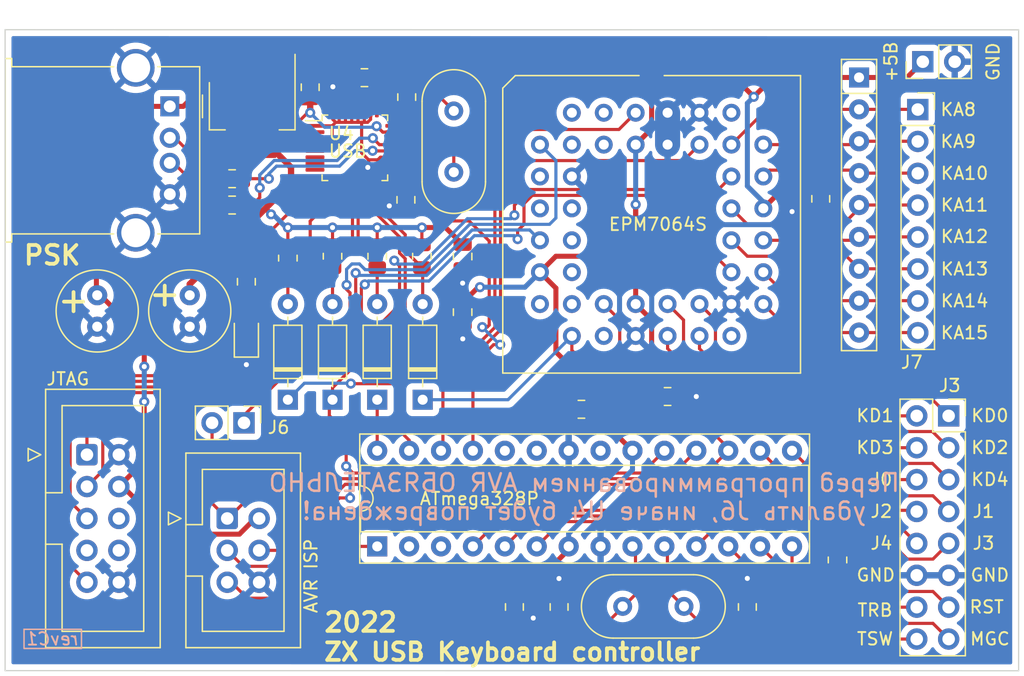
<source format=kicad_pcb>
(kicad_pcb (version 20211014) (generator pcbnew)
  (layers (0 "F.Cu" signal) (31 "B.Cu" signal) (34 "B.Paste" user) (35 "F.Paste" user) (36 "B.SilkS" user "B.Silkscreen") (37 "F.SilkS" user "F.Silkscreen") (38 "B.Mask" user) (39 "F.Mask" user) (44 "Edge.Cuts" user))
  (net 0 "")
  (net 1 "+3V3")
  (net 2 "GND")
  (net 3 "Net-(C1-Pad1)")
  (net 4 "Net-(C2-Pad1)")
  (net 5 "+5V")
  (net 6 "MC_RES")
  (net 7 "KA7")
  (net 8 "KA6")
  (net 9 "KA4")
  (net 10 "KA5")
  (net 11 "KA3")
  (net 12 "KA2")
  (net 13 "KA1")
  (net 14 "KA0")
  (net 15 "KD1")
  (net 16 "KD0")
  (net 17 "KD2")
  (net 18 "KD3")
  (net 19 "KD4")
  (net 20 "J3")
  (net 21 "J0")
  (net 22 "J4")
  (net 23 "J1")
  (net 24 "J2")
  (net 25 "NMI")
  (net 26 "UINT")
  (net 27 "Net-(D2-Pad2)")
  (net 29 "TRBSW")
  (net 30 "TRBLED")
  (net 31 "RST")
  (net 32 "SCK")
  (net 33 "MISO")
  (net 34 "MOSI")
  (net 35 "~{USS}")
  (net 36 "~{URES}")
  (net 37 "~{KBSS}")
  (net 38 "Net-(D1-Pad2)")
  (net 39 "Net-(D3-Pad2)")
  (net 40 "Net-(D4-Pad2)")
  (net 41 "Net-(D5-Pad2)")
  (net 42 "/TCK")
  (net 43 "/TDO")
  (net 44 "/TMS")
  (net 45 "/TDI")
  (net 46 "Net-(J6-Pad1)")
  (net 47 "Net-(C3-Pad1)")
  (net 48 "Net-(C4-Pad1)")
  (net 52 "Net-(J4-Pad3)")
  (net 53 "Net-(J4-Pad2)")
  (net 54 "Net-(R1-Pad2)")
  (net 55 "Net-(R5-Pad1)")
  (net 56 "Net-(R6-Pad1)")
  (net 57 "Net-(R7-Pad2)")
  (footprint "Capacitor_SMD:C_0805_2012Metric" (layer "F.Cu") (at 152.336 83.5825 -90)
    (fp_text reference "C11" hide)
    (fp_text value "0.1u")
  )
  (footprint "Capacitor_SMD:C_0805_2012Metric" (layer "F.Cu") (at 185.356 83.504 -90)
    (fp_text reference "C14" hide)
    (fp_text value "0.1u")
  )
  (footprint "Package_LCC:PLCC-44_THT-Socket" (layer "F.Cu") (at 173.164 79.186)
    (fp_text reference "U3" hide)
    (fp_text value "EPM7064S")
  )
  (footprint "Capacitor_THT:C_Radial_D6.3mm_H11.0mm_P2.50mm" (layer "F.Cu") (at 135.128 91.186 -90)
    (fp_text reference "C6" hide)
    (fp_text value "100u x 16В")
  )
  (footprint "Package_DIP:DIP-28_W7.62mm_Socket" (layer "F.Cu") (at 150.05 111.19 90)
    (fp_text reference "U2" hide)
    (fp_text value "ATmega328P")
  )
  (footprint "Capacitor_SMD:C_0805_2012Metric" (layer "F.Cu") (at 179.514 116.016 90)
    (fp_text reference "C2" hide)
    (fp_text value "10p")
  )
  (footprint "Capacitor_SMD:C_0805_2012Metric" (layer "F.Cu") (at 164.528 116.016 90)
    (fp_text reference "C1" hide)
    (fp_text value "10p")
  )
  (footprint "Capacitor_SMD:C_0805_2012Metric" (layer "F.Cu") (at 152.4 75.4 90)
    (fp_text reference "C3" hide)
    (fp_text value "10p")
  )
  (footprint "Package_QFP:LQFP-32_5x5mm_P0.5mm" (layer "F.Cu") (at 148.272 79.44)
    (fp_text reference "U4")
    (fp_text value "MAX3421EEHJ+T")
  )
  (footprint "Capacitor_SMD:C_0805_2012Metric" (layer "F.Cu") (at 149.034 73.852 180)
    (fp_text reference "C4" hide)
    (fp_text value "10p")
  )
  (footprint "Capacitor_SMD:C_0805_2012Metric" (layer "F.Cu") (at 144.716 74.614 90)
    (fp_text reference "C5" hide)
    (fp_text value "0.1u")
  )
  (footprint "Crystal:Crystal_HC49-4H_Vertical" (layer "F.Cu") (at 156.146 81.382 90)
    (fp_text reference "Y2" hide)
    (fp_text value "12M")
  )
  (footprint "Connector_PinHeader_2.54mm:PinHeader_1x02_P2.54mm_Vertical" (layer "F.Cu") (at 193.479 72.582 90)
    (fp_text reference "J5" hide)
    (fp_text value "PWR" hide)
  )
  (footprint "Connector_USB:USB_A_Molex_67643_Horizontal" (layer "F.Cu") (at 133.54 76.138 -90)
    (fp_text reference "J4" hide)
    (fp_text value "Conn_01x04" hide)
  )
  (footprint "LED_SMD:LED_0805_2012Metric" (layer "F.Cu") (at 139.636 94.426 90)
    (fp_text reference "D4" hide)
    (fp_text value "LED")
  )
  (footprint "Resistor_SMD:R_0805_2012Metric" (layer "F.Cu") (at 138.5 81.9 180)
    (fp_text reference "R6" hide)
    (fp_text value "33")
  )
  (footprint "Resistor_SMD:R_0805_2012Metric" (layer "F.Cu") (at 138.5 84 180)
    (fp_text reference "R5" hide)
    (fp_text value "33")
  )
  (footprint "Capacitor_THT:C_Radial_D6.3mm_H11.0mm_P2.50mm" (layer "F.Cu") (at 127.762 91.186 -90)
    (fp_text reference "C8" hide)
    (fp_text value "100u x 16В")
  )
  (footprint "Capacitor_SMD:C_0805_2012Metric" (layer "F.Cu") (at 160.972 116.016 -90)
    (fp_text reference "C13" hide)
    (fp_text value "0.1u")
  )
  (footprint "Capacitor_SMD:C_0805_2012Metric" (layer "F.Cu") (at 173.164 99.252)
    (fp_text reference "C10" hide)
    (fp_text value "0.1u")
  )
  (footprint "Capacitor_SMD:C_0805_2012Metric" (layer "F.Cu") (at 166.306 100.268 180)
    (fp_text reference "C12" hide)
    (fp_text value "0.1u")
  )
  (footprint "Resistor_SMD:R_0805_2012Metric" (layer "F.Cu") (at 139.636 90.108 90)
    (fp_text reference "R7" hide)
    (fp_text value "1K")
  )
  (footprint "Capacitor_SMD:C_0805_2012Metric" (layer "F.Cu") (at 156.85 92.53 -90)
    (fp_text reference "C9" hide)
    (fp_text value "0.1u")
  )
  (footprint "Connector_PinSocket_2.54mm:PinSocket_1x08_P2.54mm_Vertical" (layer "F.Cu") (at 193.0795 76.392)
    (fp_text reference "J7")
    (fp_text value "ADDR" hide)
  )
  (footprint "Diode_THT:D_DO-35_SOD27_P7.62mm_Horizontal" (layer "F.Cu") (at 153.67 99.506 90)
    (fp_text reference "D5" hide)
    (fp_text value "BAT43")
  )
  (footprint "Connector_PinHeader_2.54mm:PinHeader_1x02_P2.54mm_Vertical" (layer "F.Cu") (at 139.446 101.346 -90)
    (fp_text reference "J6")
    (fp_text value "PROG" hide)
  )
  (footprint "Diode_THT:D_DO-35_SOD27_P7.62mm_Horizontal" (layer "F.Cu") (at 142.938 99.506 90)
    (fp_text reference "D2" hide)
    (fp_text value "BAT43")
  )
  (footprint "Resistor_SMD:R_0805_2012Metric" (layer "F.Cu") (at 153.606 88.076 -90)
    (fp_text reference "R8" hide)
    (fp_text value "750")
  )
  (footprint "Resistor_THT:R_Array_SIP9" (layer "F.Cu") (at 188.404 73.837 -90)
    (fp_text reference "RN1" hide)
    (fp_text value "8x4k7")
  )
  (footprint "Connector_PinSocket_2.54mm:PinSocket_2x08_P2.54mm_Vertical" (layer "F.Cu") (at 195.536 100.791)
    (fp_text reference "J3")
    (fp_text value "Conn_02x08_Odd_Even" hide)
  )
  (footprint "Resistor_SMD:R_0805_2012Metric" (layer "F.Cu") (at 150.05 88.076 -90)
    (fp_text reference "R4" hide)
    (fp_text value "750")
  )
  (footprint "Package_TO_SOT_SMD:SOT-223-3_TabPin2" (layer "F.Cu") (at 140.1 76.1 -90)
    (fp_text reference "U1" hide)
    (fp_text value "LD1117S33TR_SOT223")
  )
  (footprint "Diode_THT:D_DO-35_SOD27_P7.62mm_Horizontal" (layer "F.Cu") (at 150.05 99.506 90)
    (fp_text reference "D3" hide)
    (fp_text value "BAT43")
  )
  (footprint "Connector_IDC:IDC-Header_2x05_P2.54mm_Vertical" (layer "F.Cu") (at 126.9455 103.886)
    (fp_text reference "J2" hide)
    (fp_text value "JTAG")
  )
  (footprint "Diode_THT:D_DO-35_SOD27_P7.62mm_Horizontal" (layer "F.Cu") (at 146.494 99.506 90)
    (fp_text reference "D1" hide)
    (fp_text value "BAT43")
  )
  (footprint "Resistor_SMD:R_0805_2012Metric" (layer "F.Cu") (at 186.69 112.268 90)
    (fp_text reference "R1" hide)
    (fp_text value "200")
  )
  (footprint "Connector_IDC:IDC-Header_2x03_P2.54mm_Vertical" (layer "F.Cu") (at 138.112 108.966)
    (fp_text reference "J1" hide)
    (fp_text value "AVR ISP")
  )
  (footprint "Resistor_SMD:R_0805_2012Metric" (layer "F.Cu") (at 146.494 88.076 -90)
    (fp_text reference "R2" hide)
    (fp_text value "750")
  )
  (footprint "Crystal:Crystal_HC49-4H_Vertical" (layer "F.Cu") (at 169.59 115.97)
    (fp_text reference "Y1" hide)
    (fp_text value "16M")
  )
  (footprint "Capacitor_SMD:C_0805_2012Metric" (layer "F.Cu") (at 156.85 88.1 -90)
    (fp_text reference "C7" hide)
    (fp_text value "0.1u")
  )
  (footprint "Resistor_SMD:R_0805_2012Metric" (layer "F.Cu") (at 142.938 88.2265 -90)
    (fp_text reference "R3" hide)
    (fp_text value "750")
  )
  (gr_rect (start 121.938 117.796) (end 126.51 119.32) (layer "B.SilkS") (width 0.12) (fill none))
  (gr_line (start 201.104 121.096) (end 120.43 121.087) (layer "Edge.Cuts") (width 0.1))
  (gr_line (start 120.43 70.033) (end 120.43 121.087) (layer "Edge.Cuts") (width 0.1))
  (gr_line (start 201.104 70.042) (end 201.104 121.096) (layer "Edge.Cuts") (width 0.1))
  (gr_line (start 120.43 70.033) (end 201.104 70.042) (layer "Edge.Cuts") (width 0.1))
  (gr_text "revC1" (at 124.224 118.558) (layer "B.SilkS") (effects (font (size 1 1) (thickness 0.15) italic) (justify mirror)))
  (gr_text "Перед программированием AVR ОБЯЗАТЕЛЬНО\nудалить J6, иначе U4 будет повреждена!" (at 166.525 107.25) (layer "B.SilkS") (effects (font (size 1.4 1.4) (thickness 0.2)) (justify mirror)))
  (gr_text "GND" (at 189.738 113.476) (layer "F.SilkS") (effects (font (size 1 1))))
  (gr_text "GND" (at 198.818 113.476) (layer "F.SilkS") (effects (font (size 1 1))))
  (gr_text "J4" (at 190.182 110.936) (layer "F.SilkS") (effects (font (size 1 1))))
  (gr_text "KD4" (at 198.818 105.856) (layer "F.SilkS") (effects (font (size 1 1))))
  (gr_text "J0" (at 190.182 105.856) (layer "F.SilkS") (effects (font (size 1 1))))
  (gr_text "J2" (at 190.182 108.396) (layer "F.SilkS") (effects (font (size 1 1))))
  (gr_text "KD3" (at 189.674 103.316) (layer "F.SilkS") (effects (font (size 1 1))))
  (gr_text "J3" (at 198.31 110.936) (layer "F.SilkS") (effects (font (size 1 1))))
  (gr_text "KA14\n" (at 196.8 91.632) (layer "F.SilkS") (effects (font (size 1 1))))
  (gr_text "KA12" (at 196.8 86.5) (layer "F.SilkS") (effects (font (size 1 1))))
  (gr_text "KA10" (at 196.8 81.472) (layer "F.SilkS") (effects (font (size 1 1))))
  (gr_text "KA11" (at 196.8 84) (layer "F.SilkS") (effects (font (size 1 1))))
  (gr_text "+5В" (at 190.944 72.582 90) (layer "F.SilkS") (effects (font (size 1 1))))
  (gr_text "TRB" (at 189.674 116.27) (layer "F.SilkS") (effects (font (size 1 1))))
  (gr_text "RST" (at 198.564 116.016) (layer "F.SilkS") (effects (font (size 1 1))))
  (gr_text "KD0\n" (at 198.818 100.776) (layer "F.SilkS") (effects (font (size 1 1))))
  (gr_text "MGC" (at 198.818 118.556) (layer "F.SilkS") (effects (font (size 1 1))))
  (gr_text "KD2" (at 198.818 103.316) (layer "F.SilkS") (effects (font (size 1 1))))
  (gr_text "ZX USB Keyboard controller" (at 160.8 119.6) (layer "F.SilkS") (effects (font (size 1.4 1.4) (thickness 0.3))))
  (gr_text "TSW" (at 189.674 118.556) (layer "F.SilkS") (effects (font (size 1 1))))
  (gr_text "PSK" (at 124.175 88) (layer "F.SilkS") (effects (font (size 1.5 1.5) (thickness 0.3))))
  (gr_text "KA9\n" (at 196.3 78.932) (layer "F.SilkS") (effects (font (size 1 1))))
  (gr_text "GND" (at 199.072 72.582 90) (layer "F.SilkS") (effects (font (size 1 1))))
  (gr_text "KD1" (at 189.674 100.776) (layer "F.SilkS") (effects (font (size 1 1))))
  (gr_text "KA8\n" (at 196.3 76.392) (layer "F.SilkS") (effects (font (size 1 1))))
  (gr_text "J1" (at 198.31 108.396) (layer "F.SilkS") (effects (font (size 1 1))))
  (gr_text "KA15" (at 196.8 94.172) (layer "F.SilkS") (effects (font (size 1 1))))
  (gr_text "2022" (at 148.73 117.24) (layer "F.SilkS") (effects (font (size 1.5 1.5) (thickness 0.3))))
  (gr_text "KA13" (at 196.8 89.092) (layer "F.SilkS") (effects (font (size 1 1))))
  (segment (start 141.163 84.263) (end 143.192 82.234) (width 0.5) (layer "F.Cu") (net 1))
  (segment (start 140.1 75.7) (end 140.1 79.25) (width 1) (layer "F.Cu") (net 1))
  (segment (start 153 81.981) (end 152.336 82.645) (width 0.25) (layer "F.Cu") (net 1))
  (segment (start 153 78.6) (end 153 81.981) (width 0.25) (layer "F.Cu") (net 1))
  (segment (start 135.128 90.298) (end 135.128 91.186) (width 0.5) (layer "F.Cu") (net 1))
  (segment (start 144.716 75.5515) (end 140.2485 75.5515) (width 1) (layer "F.Cu") (net 1))
  (segment (start 141.45 79.25) (end 140.1 79.25) (width 0.5) (layer "F.Cu") (net 1))
  (segment (start 141.6 84.74) (end 141.6 84.7) (width 0.4) (layer "F.Cu") (net 1))
  (segment (start 145.097 78.19) (end 144.127658 78.19) (width 0.25) (layer "F.Cu") (net 1))
  (segment (start 142.938 87.314) (end 142.938 85.79) (width 0.25) (layer "F.Cu") (net 1))
  (segment (start 143.8 77.862342) (end 143.8 77.356) (width 0.25) (layer "F.Cu") (net 1))
  (segment (start 141.163 84.263) (end 135.128 90.298) (width 0.5) (layer "F.Cu") (net 1))
  (segment (start 146.494 87.1635) (end 146.494 85.79) (width 0.25) (layer "F.Cu") (net 1))
  (segment (start 144.127658 78.19) (end 143.8 77.862342) (width 0.25) (layer "F.Cu") (net 1))
  (segment (start 150.001393 77.719205) (end 150.019205 77.719205) (width 0.25) (layer "F.Cu") (net 1))
  (segment (start 141.6 84.7) (end 141.163 84.263) (width 0.4) (layer "F.Cu") (net 1))
  (segment (start 144.51 76.646) (end 144.716 76.646) (width 0.25) (layer "F.Cu") (net 1))
  (segment (start 153.606 85.79) (end 155.49 85.79) (width 0.4) (layer "F.Cu") (net 1))
  (segment (start 151.447 78.19) (end 152.59 78.19) (width 0.25) (layer "F.Cu") (net 1))
  (segment (start 150.05 87.1635) (end 150.05 85.79) (width 0.25) (layer "F.Cu") (net 1))
  (segment (start 150.019205 77.719205) (end 150.49 78.19) (width 0.25) (layer "F.Cu") (net 1))
  (segment (start 143.8 77.356) (end 144.51 76.646) (width 0.25) (layer "F.Cu") (net 1))
  (segment (start 144.716 76.646) (end 144.716 75.5515) (width 0.5) (layer "F.Cu") (net 1))
  (segment (start 140.2485 75.5515) (end 140.1 75.7) (width 1) (layer "F.Cu") (net 1))
  (segment (start 153.606 87.1635) (end 153.606 85.79) (width 0.25) (layer "F.Cu") (net 1))
  (segment (start 150.49 78.19) (end 151.447 78.19) (width 0.25) (layer "F.Cu") (net 1))
  (segment (start 143.192 82.234) (end 143.192 80.992) (width 0.5) (layer "F.Cu") (net 1))
  (segment (start 140.1 72.95) (end 140.1 75.7) (width 1) (layer "F.Cu") (net 1))
  (segment (start 152.59 78.19) (end 153 78.6) (width 0.25) (layer "F.Cu") (net 1))
  (segment (start 143.192 80.992) (end 141.45 79.25) (width 0.5) (layer "F.Cu") (net 1))
  (segment (start 155.49 85.79) (end 156.85 87.15) (width 0.4) (layer "F.Cu") (net 1))
  (via (at 142.938 85.79) (size 0.8) (drill 0.4) (layers "F.Cu" "B.Cu") (net 1))
  (via (at 150.05 85.79) (size 0.8) (drill 0.4) (layers "F.Cu" "B.Cu") (net 1))
  (via (at 144.716 76.646) (size 0.8) (drill 0.4) (layers "F.Cu" "B.Cu") (net 1))
  (via (at 153.606 85.79) (size 0.8) (drill 0.4) (layers "F.Cu" "B.Cu") (net 1))
  (via (at 146.494 85.79) (size 0.8) (drill 0.4) (layers "F.Cu" "B.Cu") (net 1))
  (via (at 150.001393 77.719205) (size 0.8) (drill 0.4) (layers "F.Cu" "B.Cu") (net 1))
  (via (at 141.6 84.74) (size 0.8) (drill 0.4) (layers "F.Cu" "B.Cu") (net 1))
  (segment (start 150.05 85.79) (end 153.606 85.79) (width 0.4) (layer "B.Cu") (net 1))
  (segment (start 145.87 77.8) (end 144.716 76.646) (width 0.25) (layer "B.Cu") (net 1))
  (segment (start 141.76 84.74) (end 141.6 84.74) (width 0.4) (layer "B.Cu") (net 1))
  (segment (start 150.001393 77.719205) (end 149.920598 77.8) (width 0.25) (layer "B.Cu") (net 1))
  (segment (start 142.81 85.79) (end 141.76 84.74) (width 0.4) (layer "B.Cu") (net 1))
  (segment (start 142.938 85.79) (end 146.494 85.79) (width 0.4) (layer "B.Cu") (net 1))
  (segment (start 146.494 85.79) (end 150.05 85.79) (width 0.4) (layer "B.Cu") (net 1))
  (segment (start 149.920598 77.8) (end 145.87 77.8) (width 0.25) (layer "B.Cu") (net 1))
  (segment (start 142.938 85.79) (end 142.81 85.79) (width 0.4) (layer "B.Cu") (net 1))
  (segment (start 148.522 76.265) (end 148.522 77.404) (width 0.25) (layer "F.Cu") (net 2))
  (segment (start 156.85 90.22) (end 156.85 89.05) (width 0.4) (layer "F.Cu") (net 2))
  (segment (start 164.52 115.0705) (end 164.528 115.0785) (width 0.25) (layer "F.Cu") (net 2))
  (segment (start 149.034 77.408) (end 149.288 77.408) (width 0.25) (layer "F.Cu") (net 2))
  (segment (start 146.466 77.69) (end 146.748 77.408) (width 0.25) (layer "F.Cu") (net 2))
  (segment (start 146.522 76.265) (end 146.522 77.182) (width 0.25) (layer "F.Cu") (net 2))
  (segment (start 144.6925 73.7) (end 144.716 73.6765) (width 0.5) (layer "F.Cu") (net 2))
  (segment (start 147.022 77.388) (end 147.002 77.408) (width 0.25) (layer "F.Cu") (net 2))
  (segment (start 148.022 76.265) (end 148.022 73.9265) (width 0.3) (layer "F.Cu") (net 2))
  (segment (start 149.363348 80.396802) (end 148.81 79.843454) (width 0.25) (layer "F.Cu") (net 2))
  (segment (start 146.522 74.578) (end 147.248 73.852) (width 0.3) (layer "F.Cu") (net 2))
  (segment (start 148.526 77.408) (end 148.788 77.408) (width 0.25) (layer "F.Cu") (net 2))
  (segment (start 149.522 77.174) (end 149.522 76.265) (width 0.25) (layer "F.Cu") (net 2))
  (segment (start 147.522 77.396) (end 147.51 77.408) (width 0.25) (layer "F.Cu") (net 2))
  (segment (start 146.522 74.578) (end 145.6205 73.6765) (width 0.3) (layer "F.Cu") (net 2))
  (segment (start 146.522 74.578) (end 146.522 76.265) (width 0.3) (layer "F.Cu") (net 2))
  (segment (start 152.336 84.52) (end 151.466301 84.52) (width 0.25) (layer "F.Cu") (net 2))
  (segment (start 139.636 95.3635) (end 139.636 96.712) (width 0.25) (layer "F.Cu") (net 2))
  (segment (start 165.29 100.3465) (end 165.3685 100.268) (width 0.4) (layer "F.Cu") (net 2))
  (segment (start 165.29 103.57) (end 165.29 100.3465) (width 0.4) (layer "F.Cu") (net 2))
  (segment (start 162.4165 116.9535) (end 162.47 116.9) (width 0.25) (layer "F.Cu") (net 2))
  (segment (start 164.52 113.75) (end 164.52 115.0705) (width 0.25) (layer "F.Cu") (net 2))
  (segment (start 146.466 78.548343) (end 146.466 77.69) (width 0.25) (layer "F.Cu") (net 2))
  (segment (start 149.3 81) (end 149.363348 80.936652) (width 0.25) (layer "F.Cu") (net 2))
  (segment (start 174.1015 99.252) (end 175.45 99.252) (width 0.5) (layer "F.Cu") (net 2))
  (segment (start 148.81 77.43) (end 148.788 77.408) (width 0.25) (layer "F.Cu") (net 2))
  (segment (start 156.85 93.48) (end 156.85 94.65) (width 0.4) (layer "F.Cu") (net 2))
  (segment (start 148.7 72.7) (end 148.0965 73.3035) (width 0.25) (layer "F.Cu") (net 2))
  (segment (start 151.466301 84.52) (end 151.01215 84.065849) (width 0.25) (layer "F.Cu") (net 2))
  (segment (start 148.81 79.843454) (end 148.81 77.43) (width 0.25) (layer "F.Cu") (net 2))
  (segment (start 145.097 77.69) (end 146.466 77.69) (width 0.25) (layer "F.Cu") (net 2))
  (segment (start 179.51 115.0745) (end 179.514 115.0785) (width 0.4) (layer "F.Cu") (net 2))
  (segment (start 179.51 113.74) (end 179.51 115.0745) (width 0.4) (layer "F.Cu") (net 2))
  (segment (start 148.522 77.404) (end 148.526 77.408) (width 0.25) (layer "F.Cu") (net 2))
  (segment (start 148.022 73.9265) (end 148.0965 73.852) (width 0.3) (layer "F.Cu") (net 2))
  (segment (start 156.85 94.65) (end 156.86 94.66) (width 0.4) (layer "F.Cu") (net 2))
  (segment (start 146.748 77.408) (end 147.002 77.408) (width 0.25) (layer "F.Cu") (net 2))
  (segment (start 183.1485 84.4415) (end 183.07 84.52) (width 0.5) (layer "F.Cu") (net 2))
  (segment (start 151.447 80.19) (end 150.303604 80.19) (width 0.25) (layer "F.Cu") (net 2))
  (segment (start 147.022 76.265) (end 147.022 77.388) (width 0.25) (layer "F.Cu") (net 2))
  (segment (start 145.6205 73.6765) (end 144.716 73.6765) (width 0.3) (layer "F.Cu") (net 2))
  (segment (start 149.363348 80.936652) (end 149.363348 80.396802) (width 0.25) (layer "F.Cu") (net 2))
  (segment (start 147.002 77.408) (end 147.51 77.408) (width 0.25) (layer "F.Cu") (net 2))
  (segment (start 148.0965 73.3035) (end 148.0965 73.852) (width 0.25) (layer "F.Cu") (net 2))
  (segment (start 145.097 78.69) (end 146.324343 78.69) (width 0.25) (layer "F.Cu") (net 2))
  (segment (start 146.324343 78.69) (end 146.466 78.548343) (width 0.25) (layer "F.Cu") (net 2))
  (segment (start 152.4 74.2) (end 150.9 72.7) (width 0.25) (layer "F.Cu") (net 2))
  (segment (start 150.096802 80.396802) (end 149.363348 80.396802) (width 0.25) (layer "F.Cu") (net 2))
  (segment (start 160.972 116.9535) (end 162.4165 116.9535) (width 0.25) (layer "F.Cu") (net 2))
  (segment (start 149.022 77.396) (end 149.034 77.408) (width 0.25) (layer "F.Cu") (net 2))
  (segment (start 149.022 76.265) (end 149.022 77.396) (width 0.25) (layer "F.Cu") (net 2))
  (segment (start 143.15 73.7) (end 144.6925 73.7) (width 0.5) (layer "F.Cu") (net 2))
  (segment (start 150.303604 80.19) (end 150.096802 80.396802) (width 0.25) (layer "F.Cu") (net 2))
  (segment (start 149.288 77.408) (end 149.522 77.174) (width 0.25) (layer "F.Cu") (net 2))
  (segment (start 148.788 77.408) (end 149.034 77.408) (width 0.25) (layer "F.Cu") (net 2))
  (segment (start 148.018 77.408) (end 148.526 77.408) (width 0.25) (layer "F.Cu") (net 2))
  (segment (start 150.9 72.7) (end 148.7 72.7) (width 0.25) (layer "F.Cu") (net 2))
  (segment (start 147.522 76.265) (end 147.522 77.396) (width 0.25) (layer "F.Cu") (net 2))
  (segment (start 148.022 76.265) (end 148.022 77.404) (width 0.25) (layer "F.Cu") (net 2))
  (segment (start 185.356 84.4415) (end 183.1485 84.4415) (width 0.5) (layer "F.Cu") (net 2))
  (segment (start 146.522 77.182) (end 146.748 77.408) (width 0.25) (layer "F.Cu") (net 2))
  (segment (start 152.4 74.4625) (end 152.4 74.2) (width 0.25) (layer "F.Cu") (net 2))
  (segment (start 142.4 72.95) (end 143.15 73.7) (width 0.5) (layer "F.Cu") (net 2))
  (segment (start 147.51 77.408) (end 148.018 77.408) (width 0.25) (layer "F.Cu") (net 2))
  (segment (start 147.248 73.852) (end 148.0965 73.852) (width 0.3) (layer "F.Cu") (net 2))
  (segment (start 148.022 77.404) (end 148.018 77.408) (width 0.25) (layer "F.Cu") (net 2))
  (via (at 183.07 84.52) (size 0.8) (drill 0.4) (layers "F.Cu" "B.Cu") (net 2))
  (via (at 162.47 116.9) (size 0.8) (drill 0.4) (layers "F.Cu" "B.Cu") (net 2))
  (via (at 164.52 113.75) (size 0.8) (drill 0.4) (layers "F.Cu" "B.Cu") (net 2))
  (via (at 179.51 113.74) (size 0.8) (drill 0.4) (layers "F.Cu" "B.Cu") (net 2))
  (via (at 156.86 94.66) (size 0.8) (drill 0.4) (layers "F.Cu" "B.Cu") (net 2))
  (via (at 151.01215 84.065849) (size 0.8) (drill 0.4) (layers "F.Cu" "B.Cu") (net 2))
  (via (at 156.85 90.22) (size 0.8) (drill 0.4) (layers "F.Cu" "B.Cu") (net 2))
  (via (at 139.636 96.712) (size 0.8) (drill 0.4) (layers "F.Cu" "B.Cu") (net 2))
  (via (at 146.522 74.578) (size 0.8) (drill 0.4) (layers "F.Cu" "B.Cu") (net 2))
  (via (at 149.3 81) (size 0.8) (drill 0.4) (layers "F.Cu" "B.Cu") (net 2))
  (via (at 175.45 99.252) (size 0.8) (drill 0.4) (layers "F.Cu" "B.Cu") (net 2))
  (segment (start 169.34 92.96) (end 169.34 90.76) (width 0.4) (layer "B.Cu") (net 2))
  (segment (start 173.164 79.186) (end 173.164 76.646) (width 2) (layer "B.Cu") (net 2))
  (segment (start 176.51 85.56) (end 182.26 85.56) (width 0.4) (layer "B.Cu") (net 2))
  (segment (start 171.9 92.93) (end 171.9 90.82) (width 0.4) (layer "B.Cu") (net 2))
  (segment (start 169.608 116.016) (end 170.609 115.015) (width 0.25) (layer "F.Cu") (net 3))
  (segment (start 168.6705 116.9535) (end 169.608 116.016) (width 0.25) (layer "F.Cu") (net 3))
  (segment (start 164.528 116.9535) (end 168.6705 116.9535) (width 0.25) (layer "F.Cu") (net 3))
  (segment (start 170.609 115.015) (end 170.609 111.429) (width 0.25) (layer "F.Cu") (net 3))
  (segment (start 170.609 111.429) (end 170.37 111.19) (width 0.25) (layer "F.Cu") (net 3))
  (segment (start 174.488 116.016) (end 173.149 114.677) (width 0.25) (layer "F.Cu") (net 4))
  (segment (start 174.488 116.016) (end 175.4255 116.9535) (width 0.25) (layer "F.Cu") (net 4))
  (segment (start 173.149 114.677) (end 173.149 111.429) (width 0.25) (layer "F.Cu") (net 4))
  (segment (start 173.149 111.429) (end 172.91 111.19) (width 0.25) (layer "F.Cu") (net 4))
  (segment (start 175.4255 116.9535) (end 179.514 116.9535) (width 0.25) (layer "F.Cu") (net 4))
  (segment (start 131.882 76.138) (end 127.698 80.322) (width 0.4) (layer "F.Cu") (net 5))
  (segment (start 133.54 76.138) (end 134.612 76.138) (width 0.4) (layer "F.Cu") (net 5))
  (segment (start 128.016 91.186) (end 127.762 91.186) (width 0.4) (layer "F.Cu") (net 5))
  (segment (start 137.8 72.7) (end 137.8 72.95) (width 0.4) (layer "F.Cu") (net 5))
  (segment (start 127.698 91.122) (end 127.762 91.186) (width 0.4) (layer "F.Cu") (net 5))
  (segment (start 170.624 83.9543) (end 170.624 85.536) (width 0.4) (layer "F.Cu") (net 5))
  (segment (start 129.4855 106.426) (end 129.8015 106.426) (width 0.4) (layer "F.Cu") (net 5))
  (segment (start 171.894 98.9195) (end 172.2265 99.252) (width 0.4) (layer "F.Cu") (net 5))
  (segment (start 157.05 91.58) (end 156.85 91.58) (width 0.4) (layer "F.Cu") (net 5))
  (segment (start 134.612 76.138) (end 137.8 72.95) (width 0.4) (layer "F.Cu") (net 5))
  (segment (start 170.624 79.186) (end 171.894 77.916) (width 0.4) (layer "F.Cu") (net 5))
  (segment (start 171.894 77.916) (end 171.894 73.852) (width 0.4) (layer "F.Cu") (net 5))
  (segment (start 167.2435 98.6655) (end 164.274 95.696) (width 0.4) (layer "F.Cu") (net 5))
  (segment (start 170.37 103.57) (end 167.2435 100.4435) (width 0.4) (layer "F.Cu") (net 5))
  (segment (start 170.624 91.886) (end 171.894 93.156) (width 0.4) (layer "F.Cu") (net 5))
  (segment (start 168.084 88.076) (end 164.274 88.076) (width 0.4) (layer "F.Cu") (net 5))
  (segment (start 188.404 73.837) (end 183.309 73.837) (width 0.4) (layer "F.Cu") (net 5))
  (segment (start 139.1 71.4) (end 137.8 72.7) (width 0.4) (layer "F.Cu") (net 5))
  (segment (start 127.698 80.322) (end 127.698 91.122) (width 0.4) (layer "F.Cu") (net 5))
  (segment (start 164.274 88.076) (end 163.004 89.346) (width 0.4) (layer "F.Cu") (net 5))
  (segment (start 170.624 91.886) (end 170.624 83.9543) (width 0.4) (layer "F.Cu") (net 5))
  (segment (start 188.404 73.837) (end 192.224 73.837) (width 0.4) (layer "F.Cu") (net 5))
  (segment (start 163.258 113.476) (end 165.29 111.444) (width 0.4) (layer "F.Cu") (net 5))
  (segment (start 180.784 84.266) (end 182.4835 82.5665) (width 0.4) (layer "F.Cu") (net 5))
  (segment (start 158.09 90.54) (end 157.05 91.58) (width 0.4) (layer "F.Cu") (net 5))
  (segment (start 164.274 95.696) (end 164.274 90.616) (width 0.4) (layer "F.Cu") (net 5))
  (segment (start 156.8 71.4) (end 139.1 71.4) (width 0.4) (layer "F.Cu") (net 5))
  (segment (start 171.894 73.852) (end 159.252 73.852) (width 0.4) (layer "F.Cu") (net 5))
  (segment (start 167.2435 100.4435) (end 167.2435 100.268) (width 0.4) (layer "F.Cu") (net 5))
  (segment (start 133.5915 110.216) (end 139.081 110.216) (width 0.4) (layer "F.Cu") (net 5))
  (segment (start 140.331 108.966) (end 140.652 108.966) (width 0.4) (layer "F.Cu") (net 5))
  (segment (start 159.252 73.852) (end 156.8 71.4) (width 0.4) (layer "F.Cu") (net 5))
  (segment (start 181.561 73.837) (end 183.309 73.837) (width 0.4) (layer "F.Cu") (net 5))
  (segment (start 162.5745 113.476) (end 163.258 113.476) (width 0.4) (layer "F.Cu") (net 5))
  (segment (start 158.23 90.54) (end 158.09 90.54) (width 0.4) (layer "F.Cu") (net 5))
  (segment (start 178.498 73.852) (end 171.894 73.852) (width 0.4) (layer "F.Cu") (net 5))
  (segment (start 131.508 104.4035) (end 129.4855 106.426) (width 0.4) (layer "F.Cu") (net 5))
  (segment (start 131.508 96.866896) (end 131.508 94.678) (width 0.4) (layer "F.Cu") (net 5))
  (segment (start 164.274 90.616) (end 163.004 89.346) (width 0.4) (layer "F.Cu") (net 5))
  (segment (start 131.508 94.678) (end 128.016 91.186) (width 0.4) (layer "F.Cu") (net 5))
  (segment (start 180.022 75.376) (end 181.561 73.837) (width 0.4) (layer "F.Cu") (net 5))
  (segment (start 182.4835 82.5665) (end 185.356 82.5665) (width 0.4) (layer "F.Cu") (net 5))
  (segment (start 170.624 85.536) (end 168.084 88.076) (width 0.4) (layer "F.Cu") (net 5))
  (segment (start 139.081 110.216) (end 140.331 108.966) (width 0.4) (layer "F.Cu") (net 5))
  (segment (start 160.972 115.0785) (end 162.5745 113.476) (width 0.4) (layer "F.Cu") (net 5))
  (segment (start 180.022 75.376) (end 178.498 73.852) (width 0.4) (layer "F.Cu") (net 5))
  (segment (start 192.224 73.837) (end 193.479 72.582) (width 0.4) (layer "F.Cu") (net 5))
  (segment (start 167.2435 100.268) (end 167.2435 98.6655) (width 0.4) (layer "F.Cu") (net 5))
  (segment (start 165.29 111.444) (end 165.29 111.19) (width 0.4) (layer "F.Cu") (net 5))
  (segment (start 171.894 93.156) (end 171.894 98.9195) (width 0.4) (layer "F.Cu") (net 5))
  (segment (start 129.8015 106.426) (end 133.5915 110.216) (width 0.4) (layer "F.Cu") (net 5))
  (segment (start 133.54 76.138) (end 131.882 76.138) (width 0.4) (layer "F.Cu") (net 5))
  (segment (start 131.508 99.665896) (end 131.508 104.4035) (width 0.4) (layer "F.Cu") (net 5))
  (via (at 131.508 99.665896) (size 0.8) (drill 0.4) (layers "F.Cu" "B.Cu") (net 5))
  (via (at 170.624 83.9543) (size 0.8) (drill 0.4) (layers "F.Cu" "B.Cu") (net 5))
  (via (at 158.23 90.54) (size 0.8) (drill 0.4) (layers "F.Cu" "B.Cu") (net 5))
  (via (at 131.508 96.866896) (size 0.8) (drill 0.4) (layers "F.Cu" "B.Cu") (net 5))
  (via (at 180.022 75.376) (size 0.8) (drill 0.4) (layers "F.Cu" "B.Cu") (net 5))
  (segment (start 170.37 103.57) (end 170.37 105.094) (width 0.4) (layer "B.Cu") (net 5))
  (segment (start 170.624 83.9543) (end 170.624 79.186) (width 0.4) (layer "B.Cu") (net 5))
  (segment (start 158.23 90.54) (end 161.81 90.54) (width 0.4) (layer "B.Cu") (net 5))
  (segment (start 179.514 82.488) (end 179.514 75.884) (width 0.4) (layer "B.Cu") (net 5))
  (segment (start 179.514 75.884) (end 180.022 75.376) (width 0.4) (layer "B.Cu") (net 5))
  (segment (start 180.784 84.266) (end 180.784 83.758) (width 0.4) (layer "B.Cu") (net 5))
  (segment (start 180.784 83.758) (end 179.514 82.488) (width 0.4) (layer "B.Cu") (net 5))
  (segment (start 170.37 105.094) (end 165.29 110.174) (width 0.4) (layer "B.Cu") (net 5))
  (segment (start 131.508 99.665896) (end 131.508 96.866896) (width 0.4) (layer "B.Cu") (net 5))
  (segment (start 161.81 90.54) (end 163.004 89.346) (width 0.4) (layer "B.Cu") (net 5))
  (segment (start 165.29 110.174) (end 165.29 111.19) (width 0.4) (layer "B.Cu") (net 5))
  (segment (start 138.112 114.046) (end 138.433 114.046) (width 0.25) (layer "F.Cu") (net 6))
  (segment (start 138.433 114.046) (end 139.703 115.316) (width 0.25) (layer "F.Cu") (net 6))
  (segment (start 141.606 115.316) (end 145.732 111.19) (width 0.25) (layer "F.Cu") (net 6))
  (segment (start 145.732 111.19) (end 150.05 111.19) (width 0.25) (layer "F.Cu") (net 6))
  (segment (start 139.703 115.316) (end 141.606 115.316) (width 0.25) (layer "F.Cu") (net 6))
  (segment (start 180.784 91.886) (end 183.055 94.157) (width 0.25) (layer "F.Cu") (net 7))
  (segment (start 183.055 94.157) (end 188.404 94.157) (width 0.25) (layer "F.Cu") (net 7))
  (segment (start 188.404 94.157) (end 193.0645 94.157) (width 0.25) (layer "F.Cu") (net 7))
  (segment (start 193.0645 94.157) (end 193.0795 94.172) (width 0.25) (layer "F.Cu") (net 7))
  (segment (start 193.0645 91.617) (end 193.0795 91.632) (width 0.25) (layer "F.Cu") (net 8))
  (segment (start 180.784 89.346) (end 183.055 91.617) (width 0.25) (layer "F.Cu") (net 8))
  (segment (start 183.055 91.617) (end 188.404 91.617) (width 0.25) (layer "F.Cu") (net 8))
  (segment (start 188.404 91.617) (end 193.0645 91.617) (width 0.25) (layer "F.Cu") (net 8))
  (segment (start 180.784 86.806) (end 188.135 86.806) (width 0.25) (layer "F.Cu") (net 9))
  (segment (start 188.135 86.806) (end 188.404 86.537) (width 0.25) (layer "F.Cu") (net 9))
  (segment (start 188.404 86.537) (end 193.0645 86.537) (width 0.25) (layer "F.Cu") (net 9))
  (segment (start 193.0645 86.537) (end 193.0795 86.552) (width 0.25) (layer "F.Cu") (net 9))
  (segment (start 193.0645 89.077) (end 193.0795 89.092) (width 0.25) (layer "F.Cu") (net 10))
  (segment (start 187.403 88.076) (end 188.404 89.077) (width 0.25) (layer "F.Cu") (net 10))
  (segment (start 178.244 86.806) (end 179.514 88.076) (width 0.25) (layer "F.Cu") (net 10))
  (segment (start 188.404 89.077) (end 193.0645 89.077) (width 0.25) (layer "F.Cu") (net 10))
  (segment (start 179.514 88.076) (end 187.403 88.076) (width 0.25) (layer "F.Cu") (net 10))
  (segment (start 188.404 83.997) (end 193.0645 83.997) (width 0.25) (layer "F.Cu") (net 11))
  (segment (start 179.514 85.536) (end 187.134 85.536) (width 0.25) (layer "F.Cu") (net 11))
  (segment (start 188.404 84.266) (end 188.404 83.997) (width 0.25) (layer "F.Cu") (net 11))
  (segment (start 193.0645 83.997) (end 193.0795 84.012) (width 0.25) (layer "F.Cu") (net 11))
  (segment (start 178.244 84.266) (end 179.514 85.536) (width 0.25) (layer "F.Cu") (net 11))
  (segment (start 187.134 85.536) (end 188.404 84.266) (width 0.25) (layer "F.Cu") (net 11))
  (segment (start 193.0645 81.457) (end 193.0795 81.472) (width 0.25) (layer "F.Cu") (net 12))
  (segment (start 180.784 81.726) (end 181.292 81.218) (width 0.25) (layer "F.Cu") (net 12))
  (segment (start 181.292 81.218) (end 188.165 81.218) (width 0.25) (layer "F.Cu") (net 12))
  (segment (start 188.404 81.457) (end 193.0645 81.457) (width 0.25) (layer "F.Cu") (net 12))
  (segment (start 188.165 81.218) (end 188.404 81.457) (width 0.25) (layer "F.Cu") (net 12))
  (segment (start 188.404 78.917) (end 193.0645 78.917) (width 0.25) (layer "F.Cu") (net 13))
  (segment (start 188.135 79.186) (end 188.404 78.917) (width 0.25) (layer "F.Cu") (net 13))
  (segment (start 180.784 79.186) (end 188.135 79.186) (width 0.25) (layer "F.Cu") (net 13))
  (segment (start 193.0645 78.917) (end 193.0795 78.932) (width 0.25) (layer "F.Cu") (net 13))
  (segment (start 178.244 79.186) (end 181.053 76.377) (width 0.25) (layer "F.Cu") (net 14))
  (segment (start 188.404 76.377) (end 193.0645 76.377) (width 0.25) (layer "F.Cu") (net 14))
  (segment (start 181.053 76.377) (end 188.404 76.377) (width 0.25) (layer "F.Cu") (net 14))
  (segment (start 193.0645 76.377) (end 193.0795 76.392) (width 0.25) (layer "F.Cu") (net 14))
  (segment (start 177.39 97.128) (end 185.884929 97.128) (width 0.25) (layer "F.Cu") (net 15))
  (segment (start 189.547929 100.791) (end 192.996 100.791) (width 0.25) (layer "F.Cu") (net 15))
  (segment (start 185.884929 97.128) (end 189.547929 100.791) (width 0.25) (layer "F.Cu") (net 15))
  (segment (start 175.704 94.426) (end 175.704 95.442) (width 0.25) (layer "F.Cu") (net 15))
  (segment (start 175.704 95.442) (end 177.39 97.128) (width 0.25) (layer "F.Cu") (net 15))
  (segment (start 176.974 95.863472) (end 177.788528 96.678) (width 0.25) (layer "F.Cu") (net 16))
  (segment (start 188.645325 99.252) (end 193.997 99.252) (width 0.25) (layer "F.Cu") (net 16))
  (segment (start 177.788528 96.678) (end 186.071325 96.678) (width 0.25) (layer "F.Cu") (net 16))
  (segment (start 175.704 91.886) (end 176.974 93.156) (width 0.25) (layer "F.Cu") (net 16))
  (segment (start 186.071325 96.678) (end 188.645325 99.252) (width 0.25) (layer "F.Cu") (net 16))
  (segment (start 193.997 99.252) (end 195.536 100.791) (width 0.25) (layer "F.Cu") (net 16))
  (segment (start 176.974 93.156) (end 176.974 95.863472) (width 0.25) (layer "F.Cu") (net 16))
  (segment (start 174.434 95.85326) (end 176.15874 97.578) (width 0.25) (layer "F.Cu") (net 17))
  (segment (start 190.161533 102.041) (end 194.246 102.041) (width 0.25) (layer "F.Cu") (net 17))
  (segment (start 176.15874 97.578) (end 185.698533 97.578) (width 0.25) (layer "F.Cu") (net 17))
  (segment (start 185.698533 97.578) (end 190.161533 102.041) (width 0.25) (layer "F.Cu") (net 17))
  (segment (start 194.246 102.041) (end 195.536 103.331) (width 0.25) (layer "F.Cu") (net 17))
  (segment (start 173.164 91.886) (end 174.434 93.156) (width 0.25) (layer "F.Cu") (net 17))
  (segment (start 174.434 93.156) (end 174.434 95.85326) (width 0.25) (layer "F.Cu") (net 17))
  (segment (start 173.164 95.431788) (end 175.760212 98.028) (width 0.25) (layer "F.Cu") (net 18))
  (segment (start 173.164 94.426) (end 173.164 95.431788) (width 0.25) (layer "F.Cu") (net 18))
  (segment (start 175.760212 98.028) (end 185.512137 98.028) (width 0.25) (layer "F.Cu") (net 18))
  (segment (start 185.512137 98.028) (end 190.815137 103.331) (width 0.25) (layer "F.Cu") (net 18))
  (segment (start 190.815137 103.331) (end 192.996 103.331) (width 0.25) (layer "F.Cu") (net 18))
  (segment (start 191.373672 104.581) (end 194.246 104.581) (width 0.25) (layer "F.Cu") (net 19))
  (segment (start 177.314528 102.046) (end 188.838672 102.046) (width 0.25) (layer "F.Cu") (net 19))
  (segment (start 188.838672 102.046) (end 191.373672 104.581) (width 0.25) (layer "F.Cu") (net 19))
  (segment (start 169.354 93.156) (end 169.354 98.744) (width 0.25) (layer "F.Cu") (net 19))
  (segment (start 169.354 98.744) (end 171.386 100.776) (width 0.25) (layer "F.Cu") (net 19))
  (segment (start 176.044528 100.776) (end 177.314528 102.046) (width 0.25) (layer "F.Cu") (net 19))
  (segment (start 171.386 100.776) (end 176.044528 100.776) (width 0.25) (layer "F.Cu") (net 19))
  (segment (start 168.084 91.886) (end 169.354 93.156) (width 0.25) (layer "F.Cu") (net 19))
  (segment (start 194.246 104.581) (end 195.536 105.871) (width 0.25) (layer "F.Cu") (net 19))
  (segment (start 192.24165 112.2) (end 189.25765 109.216) (width 0.25) (layer "F.Cu") (net 20))
  (segment (start 164.724 109.216) (end 162.75 111.19) (width 0.25) (layer "F.Cu") (net 20))
  (segment (start 195.536 110.951) (end 194.287 112.2) (width 0.25) (layer "F.Cu") (net 20))
  (segment (start 189.25765 109.216) (end 164.724 109.216) (width 0.25) (layer "F.Cu") (net 20))
  (segment (start 194.287 112.2) (end 192.24165 112.2) (width 0.25) (layer "F.Cu") (net 20))
  (segment (start 183.07 103.57) (end 185.371 105.871) (width 0.25) (layer "F.Cu") (net 21))
  (segment (start 185.371 105.871) (end 192.996 105.871) (width 0.25) (layer "F.Cu") (net 21))
  (segment (start 162.634 108.766) (end 190.811 108.766) (width 0.25) (layer "F.Cu") (net 22))
  (segment (start 160.21 111.19) (end 162.634 108.766) (width 0.25) (layer "F.Cu") (net 22))
  (segment (start 190.811 108.766) (end 192.996 110.951) (width 0.25) (layer "F.Cu") (net 22))
  (segment (start 194.286 107.161) (end 195.536 108.411) (width 0.25) (layer "F.Cu") (net 23))
  (segment (start 180.53 103.57) (end 184.121 107.161) (width 0.25) (layer "F.Cu") (net 23))
  (segment (start 184.121 107.161) (end 194.286 107.161) (width 0.25) (layer "F.Cu") (net 23))
  (segment (start 157.67 111.19) (end 160.544 108.316) (width 0.25) (layer "F.Cu") (net 24))
  (segment (start 160.544 108.316) (end 192.901 108.316) (width 0.25) (layer "F.Cu") (net 24))
  (segment (start 192.901 108.316) (end 192.996 108.411) (width 0.25) (layer "F.Cu") (net 24))
  (segment (start 180.53 111.19) (end 186.661 117.321) (width 0.25) (layer "F.Cu") (net 25))
  (segment (start 194.286 117.321) (end 195.536 118.571) (width 0.25) (layer "F.Cu") (net 25))
  (segment (start 186.661 117.321) (end 194.286 117.321) (width 0.25) (layer "F.Cu") (net 25))
  (segment (start 158.800904 93.7227) (end 158.966802 93.556802) (width 0.25) (layer "F.Cu") (net 26))
  (segment (start 154.865 85.265) (end 153.2 83.6) (width 0.25) (layer "F.Cu") (net 26))
  (segment (start 150.18 80.95) (end 150.44 80.69) (width 0.25) (layer "F.Cu") (net 26))
  (segment (start 158.4127 93.7227) (end 158.800904 93.7227) (width 0.25) (layer "F.Cu") (net 26))
  (segment (start 150.44 80.69) (end 151.447 80.69) (width 0.25) (layer "F.Cu") (net 26))
  (segment (start 150.7 82.69) (end 150.7 81.977315) (width 0.25) (layer "F.Cu") (net 26))
  (segment (start 158.966802 93.556802) (end 158.966802 86.866802) (width 0.25) (layer "F.Cu") (net 26))
  (segment (start 159.310493 95.122299) (end 157.67 96.762792) (width 0.25) (layer "F.Cu") (net 26))
  (segment (start 153.2 83.6) (end 151.61 83.6) (width 0.25) (layer "F.Cu") (net 26))
  (segment (start 150.7 81.977315) (end 150.18 81.457315) (width 0.25) (layer "F.Cu") (net 26))
  (segment (start 158.966802 86.866802) (end 157.365 85.265) (width 0.25) (layer "F.Cu") (net 26))
  (segment (start 151.61 83.6) (end 150.7 82.69) (width 0.25) (layer "F.Cu") (net 26))
  (segment (start 157.67 96.762792) (end 157.67 103.57) (width 0.25) (layer "F.Cu") (net 26))
  (segment (start 157.365 85.265) (end 154.865 85.265) (width 0.25) (layer "F.Cu") (net 26))
  (segment (start 150.18 81.457315) (end 150.18 80.95) (width 0.25) (layer "F.Cu") (net 26))
  (segment (start 159.842299 95.122299) (end 159.310493 95.122299) (width 0.25) (layer "F.Cu") (net 26))
  (via (at 158.4127 93.7227) (size 0.8) (drill 0.4) (layers "F.Cu" "B.Cu") (net 26))
  (via (at 159.842299 95.122299) (size 0.8) (drill 0.4) (layers "F.Cu" "B.Cu") (net 26))
  (segment (start 159.812299 95.122299) (end 159.842299 95.122299) (width 0.25) (layer "B.Cu") (net 26))
  (segment (start 158.4127 93.7227) (end 159.812299 95.122299) (width 0.25) (layer "B.Cu") (net 26))
  (segment (start 147.130396 84.52) (end 148.022 83.628396) (width 0.25) (layer "F.Cu") (net 27))
  (segment (start 142.938 89.139) (end 143.779 89.139) (width 0.25) (layer "F.Cu") (net 27))
  (segment (start 145.478 84.52) (end 147.130396 84.52) (width 0.25) (layer "F.Cu") (net 27))
  (segment (start 143.779 89.139) (end 144.716 88.202) (width 0.25) (layer "F.Cu") (net 27))
  (segment (start 144.716 85.282) (end 145.478 84.52) (width 0.25) (layer "F.Cu") (net 27))
  (segment (start 144.716 88.202) (end 144.716 85.282) (width 0.25) (layer "F.Cu") (net 27))
  (segment (start 142.938 91.886) (end 142.938 89.139) (width 0.25) (layer "F.Cu") (net 27))
  (segment (start 148.022 83.628396) (end 148.022 82.615) (width 0.25) (layer "F.Cu") (net 27))
  (segment (start 180.022 113.222) (end 181.925604 113.222) (width 0.25) (layer "F.Cu") (net 29))
  (segment (start 177.99 111.19) (end 180.022 113.222) (width 0.25) (layer "F.Cu") (net 29))
  (segment (start 187.274604 118.571) (end 192.996 118.571) (width 0.25) (layer "F.Cu") (net 29))
  (segment (start 181.925604 113.222) (end 187.274604 118.571) (width 0.25) (layer "F.Cu") (net 29))
  (segment (start 183.07 113.093604) (end 186.007396 116.031) (width 0.25) (layer "F.Cu") (net 30))
  (segment (start 186.007396 116.031) (end 192.996 116.031) (width 0.25) (layer "F.Cu") (net 30))
  (segment (start 183.07 111.19) (end 183.07 113.093604) (width 0.25) (layer "F.Cu") (net 30))
  (segment (start 188.2905 114.781) (end 186.69 113.1805) (width 0.25) (layer "F.Cu") (net 31))
  (segment (start 195.536 116.031) (end 194.286 114.781) (width 0.25) (layer "F.Cu") (net 31))
  (segment (start 194.286 114.781) (end 188.2905 114.781) (width 0.25) (layer "F.Cu") (net 31))
  (segment (start 157.21 95.95) (end 159.416802 93.743198) (width 0.25) (layer "F.Cu") (net 32))
  (segment (start 146.24 99.76) (end 146.494 99.506) (width 0.25) (layer "F.Cu") (net 32))
  (segment (start 147.89 107.33) (end 147.052396 107.33) (width 0.25) (layer "F.Cu") (net 32))
  (segment (start 147.052396 107.33) (end 141.606396 112.776) (width 0.25) (layer "F.Cu") (net 32))
  (segment (start 146.494 99.506) (end 146.494 98.556) (width 0.25) (layer "F.Cu") (net 32))
  (segment (start 148.118 105.348) (end 171.132 105.348) (width 0.25) (layer "F.Cu") (net 32))
  (segment (start 146.24 100.774) (end 146.24 99.76) (width 0.25) (layer "F.Cu") (net 32))
  (segment (start 147.337 97.713) (end 147.33799 97.713) (width 0.25) (layer "F.Cu") (net 32))
  (segment (start 171.132 105.348) (end 172.91 103.57) (width 0.25) (layer "F.Cu") (net 32))
  (segment (start 159.416802 93.743198) (end 159.416802 79.63867) (width 0.25) (layer "F.Cu") (net 32))
  (segment (start 161.077472 77.978) (end 169.292 77.978) (width 0.25) (layer "F.Cu") (net 32))
  (segment (start 139.382 112.776) (end 138.112 111.506) (width 0.25) (layer "F.Cu") (net 32))
  (segment (start 147.58 102.114) (end 146.24 100.774) (width 0.25) (layer "F.Cu") (net 32))
  (segment (start 141.606396 112.776) (end 139.382 112.776) (width 0.25) (layer "F.Cu") (net 32))
  (segment (start 169.292 77.978) (end 170.624 76.646) (width 0.25) (layer "F.Cu") (net 32))
  (segment (start 147.58 104.81) (end 148.118 105.348) (width 0.25) (layer "F.Cu") (net 32))
  (segment (start 159.416802 79.63867) (end 161.077472 77.978) (width 0.25) (layer "F.Cu") (net 32))
  (segment (start 146.494 98.556) (end 147.337 97.713) (width 0.25) (layer "F.Cu") (net 32))
  (segment (start 147.33799 97.713) (end 149.10099 95.95) (width 0.25) (layer "F.Cu") (net 32))
  (segment (start 149.10099 95.95) (end 157.21 95.95) (width 0.25) (layer "F.Cu") (net 32))
  (segment (start 147.58 104.81) (end 147.58 102.114) (width 0.25) (layer "F.Cu") (net 32))
  (via (at 147.89 107.33) (size 0.8) (drill 0.4) (layers "F.Cu" "B.Cu") (net 32))
  (via (at 147.58 104.81) (size 0.8) (drill 0.4) (layers "F.Cu" "B.Cu") (net 32))
  (segment (start 147.89 105.12) (end 147.58 104.81) (width 0.25) (layer "B.Cu") (net 32))
  (segment (start 147.89 107.33) (end 147.89 105.12) (width 0.25) (layer "B.Cu") (net 32))
  (segment (start 175.45 103.57) (end 173.222 105.798) (width 0.25) (layer "F.Cu") (net 33))
  (segment (start 141.344 105.798) (end 138.176 108.966) (width 0.25) (layer "F.Cu") (net 33))
  (segment (start 136.906 107.76) (end 136.906 101.346) (width 0.25) (layer "F.Cu") (net 33))
  (segment (start 138.112 108.966) (end 136.906 107.76) (width 0.25) (layer "F.Cu") (net 33))
  (segment (start 173.222 105.798) (end 141.344 105.798) (width 0.25) (layer "F.Cu") (net 33))
  (segment (start 138.176 108.966) (end 138.112 108.966) (width 0.25) (layer "F.Cu") (net 33))
  (segment (start 177.99 103.57) (end 177.99 103.357868) (width 0.25) (layer "F.Cu") (net 34))
  (segment (start 165.544 95.570396) (end 165.544 94.426) (width 0.25) (layer "F.Cu") (net 34))
  (segment (start 147.498 106.248) (end 142.24 111.506) (width 0.25) (layer "F.Cu") (net 34))
  (segment (start 142.24 111.506) (end 140.652 111.506) (width 0.25) (layer "F.Cu") (net 34))
  (segment (start 177.99 103.357868) (end 175.858132 101.226) (width 0.25) (layer "F.Cu") (net 34))
  (segment (start 175.312 106.248) (end 147.498 106.248) (width 0.25) (layer "F.Cu") (net 34))
  (segment (start 171.199604 101.226) (end 165.544 95.570396) (width 0.25) (layer "F.Cu") (net 34))
  (segment (start 175.858132 101.226) (end 171.199604 101.226) (width 0.25) (layer "F.Cu") (net 34))
  (segment (start 177.99 103.57) (end 175.312 106.248) (width 0.25) (layer "F.Cu") (net 34))
  (segment (start 160.464 99.506) (end 153.67 99.506) (width 0.25) (layer "B.Cu") (net 34))
  (segment (start 165.544 94.426) (end 160.464 99.506) (width 0.25) (layer "B.Cu") (net 34))
  (segment (start 150.05 99.506) (end 150.05 103.57) (width 0.25) (layer "F.Cu") (net 35))
  (segment (start 147.96 98.23) (end 151.33 98.23) (width 0.25) (layer "F.Cu") (net 36))
  (segment (start 152.01 102.15) (end 152.59 102.73) (width 0.25) (layer "F.Cu") (net 36))
  (segment (start 151.33 98.23) (end 152.01 98.91) (width 0.25) (layer "F.Cu") (net 36))
  (segment (start 152.59 102.73) (end 152.59 103.57) (width 0.25) (layer "F.Cu") (net 36))
  (segment (start 152.01 98.91) (end 152.01 102.15) (width 0.25) (layer "F.Cu") (net 36))
  (segment (start 147.95 98.22) (end 147.96 98.23) (width 0.25) (layer "F.Cu") (net 36))
  (via (at 147.95 98.22) (size 0.8) (drill 0.4) (layers "F.Cu" "B.Cu") (net 36))
  (segment (start 144.254 98.19) (end 142.938 99.506) (width 0.25) (layer "B.Cu") (net 36))
  (segment (start 147.95 98.22) (end 147.92 98.19) (width 0.25) (layer "B.Cu") (net 36))
  (segment (start 147.92 98.19) (end 144.254 98.19) (width 0.25) (layer "B.Cu") (net 36))
  (segment (start 174.434 80.456) (end 175.704 79.186) (width 0.25) (layer "F.Cu") (net 37))
  (segment (start 159.866802 93.929594) (end 159.866802 81.26533) (width 0.25) (layer "F.Cu") (net 37))
  (segment (start 155.28 103.42) (end 155.28 98.516396) (width 0.25) (layer "F.Cu") (net 37))
  (segment (start 155.28 98.516396) (end 159.866802 93.929594) (width 0.25) (layer "F.Cu") (net 37))
  (segment (start 155.13 103.57) (end 155.28 103.42) (width 0.25) (layer "F.Cu") (net 37))
  (segment (start 159.866802 81.26533) (end 160.676132 80.456) (width 0.25) (layer "F.Cu") (net 37))
  (segment (start 160.676132 80.456) (end 174.434 80.456) (width 0.25) (layer "F.Cu") (net 37))
  (segment (start 146.494 91.886) (end 146.494 88.9885) (width 0.25) (layer "F.Cu") (net 38))
  (segment (start 146.494 88.9885) (end 148.082 87.4005) (width 0.25) (layer "F.Cu") (net 38))
  (segment (start 148.522 84.142) (end 148.522 82.615) (width 0.25) (layer "F.Cu") (net 38))
  (segment (start 148.082 87.4005) (end 148.082 84.582) (width 0.25) (layer "F.Cu") (net 38))
  (segment (start 148.082 84.582) (end 148.522 84.142) (width 0.25) (layer "F.Cu") (net 38))
  (segment (start 149.022 84.278396) (end 149.022 82.615) (width 0.25) (layer "F.Cu") (net 39))
  (segment (start 148.532 84.768396) (end 149.022 84.278396) (width 0.25) (layer "F.Cu") (net 39))
  (segment (start 150.05 91.886) (end 150.05 88.9885) (width 0.25) (layer "F.Cu") (net 39))
  (segment (start 148.532 87.4705) (end 148.532 84.768396) (width 0.25) (layer "F.Cu") (net 39))
  (segment (start 150.05 88.9885) (end 148.532 87.4705) (width 0.25) (layer "F.Cu") (net 39))
  (segment (start 139.636 91.0455) (end 139.636 93.4885) (width 0.25) (layer "F.Cu") (net 40))
  (segment (start 152.278 86.356299) (end 150.022 84.100299) (width 0.25) (layer "F.Cu") (net 41))
  (segment (start 153.67 91.886) (end 153.67 89.0525) (width 0.25) (layer "F.Cu") (net 41))
  (segment (start 153.606 88.9885) (end 153.606 88.963299) (width 0.25) (layer "F.Cu") (net 41))
  (segment (start 153.606 88.963299) (end 152.278 87.635299) (width 0.25) (layer "F.Cu") (net 41))
  (segment (start 153.67 89.0525) (end 153.606 88.9885) (width 0.25) (layer "F.Cu") (net 41))
  (segment (start 152.278 87.635299) (end 152.278 86.356299) (width 0.25) (layer "F.Cu") (net 41))
  (segment (start 150.022 84.100299) (end 150.022 82.615) (width 0.25) (layer "F.Cu") (net 41))
  (segment (start 145.575792 96.363) (end 142.558208 96.363) (width 0.25) (layer "F.Cu") (net 42))
  (segment (start 162.390596 83.2298) (end 172.1278 83.2298) (width 0.25) (layer "F.Cu") (net 42))
  (segment (start 126.9455 101.785292) (end 126.9455 103.886) (width 0.25) (layer "F.Cu") (net 42))
  (segment (start 148.788596 93.150196) (end 145.575792 96.363) (width 0.25) (layer "F.Cu") (net 42))
  (segment (start 161.226 86.044) (end 161.734 85.536) (width 0.25) (layer "F.Cu") (net 42))
  (segment (start 161.734 85.536) (end 161.734 83.886396) (width 0.25) (layer "F.Cu") (net 42))
  (segment (start 142.558208 96.363) (end 140.429812 98.491396) (width 0.25) (layer "F.Cu") (net 42))
  (segment (start 172.1278 83.2298) (end 178.244 89.346) (width 0.25) (layer "F.Cu") (net 42))
  (segment (start 130.239396 98.491396) (end 126.9455 101.785292) (width 0.25) (layer "F.Cu") (net 42))
  (segment (start 140.429812 98.491396) (end 130.239396 98.491396) (width 0.25) (layer "F.Cu") (net 42))
  (segment (start 148.788596 90.599) (end 148.788596 93.150196) (width 0.25) (layer "F.Cu") (net 42))
  (segment (start 161.734 83.886396) (end 162.390596 83.2298) (width 0.25) (layer "F.Cu") (net 42))
  (segment (start 149.063096 90.3245) (end 148.788596 90.599) (width 0.25) (layer "F.Cu") (net 42))
  (segment (start 161.226 86.7105) (end 161.226 86.044) (width 0.25) (layer "F.Cu") (net 42))
  (via (at 161.226 86.7105) (size 0.8) (drill 0.4) (layers "F.Cu" "B.Cu") (net 42))
  (via (at 149.063096 90.3245) (size 0.8) (drill 0.4) (layers "F.Cu" "B.Cu") (net 42))
  (segment (start 149.063096 90.3245) (end 149.337596 90.05) (width 0.25) (layer "B.Cu") (net 42))
  (segment (start 154.172 90.05) (end 157.786 86.436) (width 0.25) (layer "B.Cu") (net 42))
  (segment (start 157.786 86.436) (end 160.9515 86.436) (width 0.25) (layer "B.Cu") (net 42))
  (segment (start 149.337596 90.05) (end 154.172 90.05) (width 0.25) (layer "B.Cu") (net 42))
  (segment (start 160.9515 86.436) (end 161.226 86.7105) (width 0.25) (layer "B.Cu") (net 42))
  (segment (start 140.616208 98.941396) (end 130.425792 98.941396) (width 0.25) (layer "F.Cu") (net 43))
  (segment (start 160.972 84.012) (end 162.2218 82.7622) (width 0.25) (layer "F.Cu") (net 43))
  (segment (start 130.425792 98.941396) (end 128.206 101.161188) (width 0.25) (layer "F.Cu") (net 43))
  (segment (start 177.2078 82.7622) (end 178.244 81.726) (width 0.25) (layer "F.Cu") (net 43))
  (segment (start 146.965198 96.813) (end 142.744604 96.813) (width 0.25) (layer "F.Cu") (net 43))
  (segment (start 151.828 91.950198) (end 146.965198 96.813) (width 0.25) (layer "F.Cu") (net 43))
  (segment (start 128.206 105.1655) (end 126.9455 106.426) (width 0.25) (layer "F.Cu") (net 43))
  (segment (start 142.744604 96.813) (end 140.616208 98.941396) (width 0.25) (layer "F.Cu") (net 43))
  (segment (start 151.828 88.847) (end 151.828 91.950198) (width 0.25) (layer "F.Cu") (net 43))
  (segment (start 151.4065 88.4255) (end 151.828 88.847) (width 0.25) (layer "F.Cu") (net 43))
  (segment (start 160.972 84.8115) (end 160.972 84.012) (width 0.25) (layer "F.Cu") (net 43))
  (segment (start 162.2218 82.7622) (end 177.2078 82.7622) (width 0.25) (layer "F.Cu") (net 43))
  (segment (start 128.206 101.161188) (end 128.206 105.1655) (width 0.25) (layer "F.Cu") (net 43))
  (via (at 160.972 84.8115) (size 0.8) (drill 0.4) (layers "F.Cu" "B.Cu") (net 43))
  (via (at 151.4065 88.4255) (size 0.8) (drill 0.4) (layers "F.Cu" "B.Cu") (net 43))
  (segment (start 160.6975 85.086) (end 157.226812 85.086) (width 0.25) (layer "B.Cu") (net 43))
  (segment (start 157.226812 85.086) (end 153.612812 88.7) (width 0.25) (layer "B.Cu") (net 43))
  (segment (start 151.681 88.7) (end 151.4065 88.4255) (width 0.25) (layer "B.Cu") (net 43))
  (segment (start 153.612812 88.7) (end 151.681 88.7) (width 0.25) (layer "B.Cu") (net 43))
  (segment (start 160.972 84.8115) (end 160.6975 85.086) (width 0.25) (layer "B.Cu") (net 43))
  (segment (start 140.243416 98.041396) (end 130.053 98.041396) (width 0.25) (layer "F.Cu") (net 44))
  (segment (start 148.338596 89.419194) (end 148.338596 92.9638) (width 0.25) (layer "F.Cu") (net 44))
  (segment (start 130.053 98.041396) (end 125.608 102.486396) (width 0.25) (layer "F.Cu") (net 44))
  (segment (start 125.608 107.6285) (end 126.9455 108.966) (width 0.25) (layer "F.Cu") (net 44))
  (segment (start 142.371812 95.913) (end 140.243416 98.041396) (width 0.25) (layer "F.Cu") (net 44))
  (segment (start 148.338596 92.9638) (end 145.389396 95.913) (width 0.25) (layer "F.Cu") (net 44))
  (segment (start 145.389396 95.913) (end 142.371812 95.913) (width 0.25) (layer "F.Cu") (net 44))
  (segment (start 148.336 89.416598) (end 148.338596 89.419194) (width 0.25) (layer "F.Cu") (net 44))
  (segment (start 125.608 102.486396) (end 125.608 107.6285) (width 0.25) (layer "F.Cu") (net 44))
  (via (at 148.336 89.416598) (size 0.8) (drill 0.4) (layers "F.Cu" "B.Cu") (net 44))
  (segment (start 153.985604 89.6) (end 157.599604 85.986) (width 0.25) (layer "B.Cu") (net 44))
  (segment (start 148.336 89.416598) (end 148.519402 89.6) (width 0.25) (layer "B.Cu") (net 44))
  (segment (start 148.519402 89.6) (end 153.985604 89.6) (width 0.25) (layer "B.Cu") (net 44))
  (segment (start 162.184 85.986) (end 163.004 86.806) (width 0.25) (layer "B.Cu") (net 44))
  (segment (start 157.599604 85.986) (end 162.184 85.986) (width 0.25) (layer "B.Cu") (net 44))
  (segment (start 147.888596 92.777404) (end 145.203 95.463) (width 0.25) (layer "F.Cu") (net 45))
  (segment (start 147.614096 90.364211) (end 147.614096 90.720096) (width 0.25) (layer "F.Cu") (net 45))
  (segment (start 125.158 112.2585) (end 126.9455 114.046) (width 0.25) (layer "F.Cu") (net 45))
  (segment (start 147.888596 90.994596) (end 147.888596 92.777404) (width 0.25) (layer "F.Cu") (net 45))
  (segment (start 140.05702 97.591396) (end 129.866604 97.591396) (width 0.25) (layer "F.Cu") (net 45))
  (segment (start 147.614096 90.720096) (end 147.888596 90.994596) (width 0.25) (layer "F.Cu") (net 45))
  (segment (start 129.866604 97.591396) (end 125.158 102.3) (width 0.25) (layer "F.Cu") (net 45))
  (segment (start 145.203 95.463) (end 142.185416 95.463) (width 0.25) (layer "F.Cu") (net 45))
  (segment (start 125.158 102.3) (end 125.158 112.2585) (width 0.25) (layer "F.Cu") (net 45))
  (segment (start 142.185416 95.463) (end 140.05702 97.591396) (width 0.25) (layer "F.Cu") (net 45))
  (via (at 147.614096 90.364211) (size 0.8) (drill 0.4) (layers "F.Cu" "B.Cu") (net 45))
  (segment (start 164.274 85.028) (end 164.274 80.456) (width 0.25) (layer "B.Cu") (net 45))
  (segment (start 148.035695 88.691598) (end 148.635598 88.691598) (width 0.25) (layer "B.Cu") (net 45))
  (segment (start 147.614096 90.364211) (end 147.611 90.361115) (width 0.25) (layer "B.Cu") (net 45))
  (segment (start 147.611 90.361115) (end 147.611 89.116293) (width 0.25) (layer "B.Cu") (net 45))
  (segment (start 147.611 89.116293) (end 148.035695 88.691598) (width 0.25) (layer "B.Cu") (net 45))
  (segment (start 164.274 80.456) (end 163.004 79.186) (width 0.25) (layer "B.Cu") (net 45))
  (segment (start 149.094 89.15) (end 153.799208 89.15) (width 0.25) (layer "B.Cu") (net 45))
  (segment (start 148.635598 88.691598) (end 149.094 89.15) (width 0.25) (layer "B.Cu") (net 45))
  (segment (start 153.799208 89.15) (end 157.413208 85.536) (width 0.25) (layer "B.Cu") (net 45))
  (segment (start 157.413208 85.536) (end 163.766 85.536) (width 0.25) (layer "B.Cu") (net 45))
  (segment (start 163.766 85.536) (end 164.274 85.028) (width 0.25) (layer "B.Cu") (net 45))
  (segment (start 152.278 92.136594) (end 152.278 88.271695) (width 0.25) (layer "F.Cu") (net 46))
  (segment (start 151.828 86.542695) (end 149.522 84.236695) (width 0.25) (layer "F.Cu") (net 46))
  (segment (start 147.151594 97.263) (end 152.278 92.136594) (width 0.25) (layer "F.Cu") (net 46))
  (segment (start 139.446 101.346) (end 139.446 100.748) (width 0.25) (layer "F.Cu") (net 46))
  (segment (start 152.278 88.271695) (end 151.828 87.821695) (width 0.25) (layer "F.Cu") (net 46))
  (segment (start 151.828 87.821695) (end 151.828 86.542695) (width 0.25) (layer "F.Cu") (net 46))
  (segment (start 149.522 84.236695) (end 149.522 82.615) (width 0.25) (layer "F.Cu") (net 46))
  (segment (start 139.446 100.748) (end 142.931 97.263) (width 0.25) (layer "F.Cu") (net 46))
  (segment (start 142.931 97.263) (end 147.151594 97.263) (width 0.25) (layer "F.Cu") (net 46))
  (segment (start 152.4 76.3375) (end 156.146 80.0835) (width 0.25) (layer "F.Cu") (net 47))
  (segment (start 156.146 80.0835) (end 156.146 81.382) (width 0.25) (layer "F.Cu") (net 47))
  (segment (start 151.447 77.2905) (end 152.4 76.3375) (width 0.25) (layer "F.Cu") (net 47))
  (segment (start 151.447 77.69) (end 151.447 77.2905) (width 0.25) (layer "F.Cu") (net 47))
  (segment (start 151.5195 75.4) (end 149.9715 73.852) (width 0.25) (layer "F.Cu") (net 48))
  (segment (start 150.022 76.265) (end 150.022 73.9025) (width 0.3) (layer "F.Cu") (net 48))
  (segment (start 155.044 75.4) (end 151.5195 75.4) (width 0.25) (layer "F.Cu") (net 48))
  (segment (start 156.146 76.502) (end 155.044 75.4) (width 0.25) (layer "F.Cu") (net 48))
  (segment (start 150.022 73.9025) (end 149.9715 73.852) (width 0.3) (layer "F.Cu") (net 48))
  (segment (start 133.838 80.638) (end 137.2 84) (width 0.25) (layer "F.Cu") (net 52))
  (segment (start 137.2 84) (end 137.5625 84) (width 0.25) (layer "F.Cu") (net 52))
  (segment (start 133.54 80.638) (end 133.838 80.638) (width 0.25) (layer "F.Cu") (net 52))
  (segment (start 133.938 78.638) (end 137.2 81.9) (width 0.25) (layer "F.Cu") (net 53))
  (segment (start 133.54 78.638) (end 133.938 78.638) (width 0.25) (layer "F.Cu") (net 53))
  (segment (start 137.2 81.9) (end 137.5625 81.9) (width 0.25) (layer "F.Cu") (net 53))
  (segment (start 185.0005 109.666) (end 186.69 111.3555) (width 0.25) (layer "F.Cu") (net 54))
  (segment (start 176.974 109.666) (end 185.0005 109.666) (width 0.25) (layer "F.Cu") (net 54))
  (segment (start 175.45 111.19) (end 176.974 109.666) (width 0.25) (layer "F.Cu") (net 54))
  (segment (start 140.1 84) (end 139.4375 84) (width 0.25) (layer "F.Cu") (net 55))
  (segment (start 140.7 83.4) (end 140.1 84) (width 0.25) (layer "F.Cu") (net 55))
  (segment (start 149.702642 78.673015) (end 149.707869 78.673015) (width 0.25) (layer "F.Cu") (net 55))
  (segment (start 140.7 82.6245) (end 140.7 83.4) (width 0.25) (layer "F.Cu") (net 55))
  (segment (start 150.224854 79.19) (end 151.447 79.19) (width 0.25) (layer "F.Cu") (net 55))
  (segment (start 149.707869 78.673015) (end 150.224854 79.19) (width 0.25) (layer "F.Cu") (net 55))
  (via (at 149.702642 78.673015) (size 0.8) (drill 0.4) (layers "F.Cu" "B.Cu") (net 55))
  (via (at 140.7 82.6245) (size 0.8) (drill 0.4) (layers "F.Cu" "B.Cu") (net 55))
  (segment (start 140.7 81.6) (end 140.7 82.6245) (width 0.25) (layer "B.Cu") (net 55))
  (segment (start 149.702642 78.673015) (end 148.641409 78.673015) (width 0.25) (layer "B.Cu") (net 55))
  (segment (start 141.85 80.45) (end 140.7 81.6) (width 0.25) (layer "B.Cu") (net 55))
  (segment (start 146.864424 80.45) (end 141.85 80.45) (width 0.25) (layer "B.Cu") (net 55))
  (segment (start 148.641409 78.673015) (end 146.864424 80.45) (width 0.25) (layer "B.Cu") (net 55))
  (segment (start 141.424549 81.900049) (end 141.4245 81.9) (width 0.25) (layer "F.Cu") (net 56))
  (segment (start 149.681851 79.672302) (end 149.699549 79.69) (width 0.25) (layer "F.Cu") (net 56))
  (segment (start 141.4245 81.9) (end 139.4375 81.9) (width 0.25) (layer "F.Cu") (net 56))
  (segment (start 149.699549 79.69) (end 151.447 79.69) (width 0.25) (layer "F.Cu") (net 56))
  (via (at 141.424549 81.900049) (size 0.8) (drill 0.4) (layers "F.Cu" "B.Cu") (net 56))
  (via (at 149.681851 79.672302) (size 0.8) (drill 0.4) (layers "F.Cu" "B.Cu") (net 56))
  (segment (start 142.036396 80.9) (end 147.05082 80.9) (width 0.25) (layer "B.Cu") (net 56))
  (segment (start 147.05082 80.9) (end 148.278518 79.672302) (width 0.25) (layer "B.Cu") (net 56))
  (segment (start 148.278518 79.672302) (end 149.681851 79.672302) (width 0.25) (layer "B.Cu") (net 56))
  (segment (start 141.424549 81.900049) (end 141.424549 81.511847) (width 0.25) (layer "B.Cu") (net 56))
  (segment (start 141.424549 81.511847) (end 142.036396 80.9) (width 0.25) (layer "B.Cu") (net 56))
  (segment (start 146.944 84.07) (end 143.57 84.07) (width 0.25) (layer "F.Cu") (net 57))
  (segment (start 147.522 83.492) (end 146.944 84.07) (width 0.25) (layer "F.Cu") (net 57))
  (segment (start 139.636 88.004) (end 139.636 89.1705) (width 0.25) (layer "F.Cu") (net 57))
  (segment (start 147.522 82.615) (end 147.522 83.492) (width 0.25) (layer "F.Cu") (net 57))
  (segment (start 143.57 84.07) (end 139.636 88.004) (width 0.25) (layer "F.Cu") (net 57))
  (zone (net 2) (net_name "GND") (layer "B.Cu") (connect_pads (clearance 0.508)) (min_thickness 0.254) (fill yes (thermal_gap 0.508) (thermal_bridge_width 0.508))
    (polygon (pts (xy 201.534 121.522) (xy 120.056 121.522) (xy 120.056 69.612) (xy 201.534 69.612)))
  )
)
</source>
